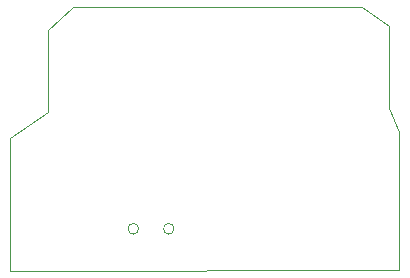
<source format=gbr>
%TF.GenerationSoftware,KiCad,Pcbnew,7.0.10-7.0.10~ubuntu22.04.1*%
%TF.CreationDate,2024-03-25T00:06:17+02:00*%
%TF.ProjectId,Power_Sub,506f7765-725f-4537-9562-2e6b69636164,rev?*%
%TF.SameCoordinates,Original*%
%TF.FileFunction,Profile,NP*%
%FSLAX46Y46*%
G04 Gerber Fmt 4.6, Leading zero omitted, Abs format (unit mm)*
G04 Created by KiCad (PCBNEW 7.0.10-7.0.10~ubuntu22.04.1) date 2024-03-25 00:06:17*
%MOMM*%
%LPD*%
G01*
G04 APERTURE LIST*
%TA.AperFunction,Profile*%
%ADD10C,0.100000*%
%TD*%
%TA.AperFunction,Profile*%
%ADD11C,0.050000*%
%TD*%
G04 APERTURE END LIST*
D10*
X73228200Y-36118800D02*
X71094600Y-37998400D01*
X100888800Y-46685200D02*
X100025200Y-44602400D01*
X97713800Y-36118800D02*
X100025200Y-37668200D01*
X71094600Y-37998400D02*
X71094600Y-44983400D01*
X100025200Y-44602400D02*
X100025200Y-37668200D01*
X71094600Y-44983400D02*
X67945000Y-47218600D01*
X67945000Y-58420000D02*
X100888800Y-58369200D01*
X67945000Y-47218600D02*
X67945000Y-58420000D01*
X97713800Y-36118800D02*
X73228200Y-36118800D01*
X100888800Y-58369200D02*
X100888800Y-46685200D01*
D11*
%TO.C,SW1*%
X78807600Y-54866150D02*
G75*
G03*
X77907600Y-54866150I-450000J0D01*
G01*
X77907600Y-54866150D02*
G75*
G03*
X78807600Y-54866150I450000J0D01*
G01*
X81807600Y-54866150D02*
G75*
G03*
X80907600Y-54866150I-450000J0D01*
G01*
X80907600Y-54866150D02*
G75*
G03*
X81807600Y-54866150I450000J0D01*
G01*
%TD*%
M02*

</source>
